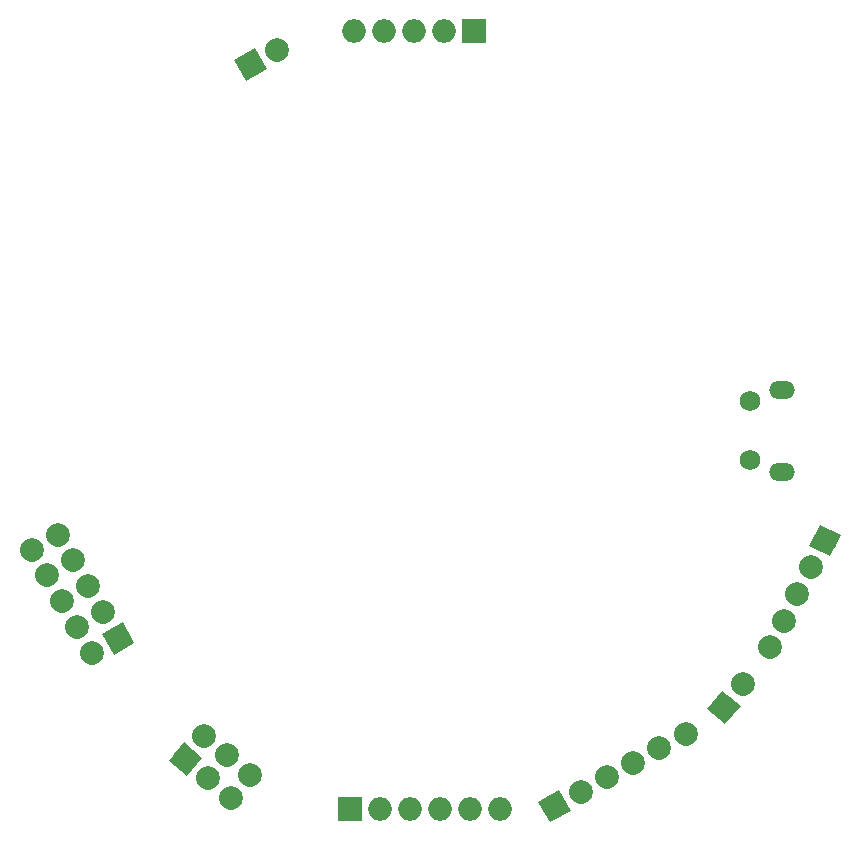
<source format=gbr>
G04 #@! TF.GenerationSoftware,KiCad,Pcbnew,5.0.0-fee4fd1~66~ubuntu18.04.1*
G04 #@! TF.CreationDate,2018-09-24T18:06:56+02:00*
G04 #@! TF.ProjectId,hyperstm,687970657273746D2E6B696361645F70,rev?*
G04 #@! TF.SameCoordinates,Original*
G04 #@! TF.FileFunction,Soldermask,Bot*
G04 #@! TF.FilePolarity,Negative*
%FSLAX46Y46*%
G04 Gerber Fmt 4.6, Leading zero omitted, Abs format (unit mm)*
G04 Created by KiCad (PCBNEW 5.0.0-fee4fd1~66~ubuntu18.04.1) date Mon Sep 24 18:06:56 2018*
%MOMM*%
%LPD*%
G01*
G04 APERTURE LIST*
%ADD10C,2.000000*%
%ADD11C,2.000000*%
%ADD12C,0.100000*%
%ADD13O,2.000000X2.000000*%
%ADD14R,2.000000X2.000000*%
%ADD15O,2.200000X1.500000*%
%ADD16C,1.750000*%
G04 APERTURE END LIST*
D10*
G04 #@! TO.C,J8*
X137820400Y-67716400D03*
D11*
X137820400Y-67716400D02*
X137820400Y-67716400D01*
D10*
X135620695Y-68986400D03*
D12*
G36*
X136986720Y-69352425D02*
X135254670Y-70352425D01*
X134254670Y-68620375D01*
X135986720Y-67620375D01*
X136986720Y-69352425D01*
X136986720Y-69352425D01*
G37*
G04 #@! TD*
D10*
G04 #@! TO.C,J9*
X177322681Y-121464247D03*
D11*
X177322681Y-121464247D02*
X177322681Y-121464247D01*
D10*
X175690000Y-123410000D03*
D12*
G36*
X177098832Y-123286743D02*
X175813257Y-124818832D01*
X174281168Y-123533257D01*
X175566743Y-122001168D01*
X177098832Y-123286743D01*
X177098832Y-123286743D01*
G37*
G04 #@! TD*
D13*
G04 #@! TO.C,J2*
X144373600Y-66167000D03*
X146913600Y-66167000D03*
X149453600Y-66167000D03*
X151993600Y-66167000D03*
D14*
X154533600Y-66167000D03*
G04 #@! TD*
D10*
G04 #@! TO.C,J6*
X179617457Y-118332626D03*
D11*
X179617457Y-118332626D02*
X179617457Y-118332626D01*
D10*
X180770592Y-116069470D03*
D11*
X180770592Y-116069470D02*
X180770592Y-116069470D01*
D10*
X181923728Y-113806313D03*
D11*
X181923728Y-113806313D02*
X181923728Y-113806313D01*
D10*
X183076864Y-111543157D03*
D11*
X183076864Y-111543157D02*
X183076864Y-111543157D01*
D10*
X184230000Y-109280000D03*
D12*
G36*
X182885003Y-109717016D02*
X183792984Y-107935003D01*
X185574997Y-108842984D01*
X184667016Y-110624997D01*
X182885003Y-109717016D01*
X182885003Y-109717016D01*
G37*
G04 #@! TD*
D10*
G04 #@! TO.C,J7*
X172457670Y-125622918D03*
D11*
X172457670Y-125622918D02*
X172457670Y-125622918D01*
D10*
X170236136Y-126854334D03*
D11*
X170236136Y-126854334D02*
X170236136Y-126854334D01*
D10*
X168014602Y-128085751D03*
D11*
X168014602Y-128085751D02*
X168014602Y-128085751D01*
D10*
X165793068Y-129317167D03*
D11*
X165793068Y-129317167D02*
X165793068Y-129317167D01*
D10*
X163571534Y-130548584D03*
D11*
X163571534Y-130548584D02*
X163571534Y-130548584D01*
D10*
X161350000Y-131780000D03*
D12*
G36*
X162709429Y-132169810D02*
X160960190Y-133139429D01*
X159990571Y-131390190D01*
X161739810Y-130420571D01*
X162709429Y-132169810D01*
X162709429Y-132169810D01*
G37*
G04 #@! TD*
D13*
G04 #@! TO.C,J10*
X156700000Y-132000000D03*
X154160000Y-132000000D03*
X151620000Y-132000000D03*
X149080000Y-132000000D03*
X146540000Y-132000000D03*
D14*
X144000000Y-132000000D03*
G04 #@! TD*
D10*
G04 #@! TO.C,J5*
X135604186Y-129107997D03*
D11*
X135604186Y-129107997D02*
X135604186Y-129107997D01*
D10*
X133971506Y-131053750D03*
D11*
X133971506Y-131053750D02*
X133971506Y-131053750D01*
D10*
X133658434Y-127475317D03*
D11*
X133658434Y-127475317D02*
X133658434Y-127475317D01*
D10*
X132025753Y-129421070D03*
D11*
X132025753Y-129421070D02*
X132025753Y-129421070D01*
D10*
X131712681Y-125842636D03*
D11*
X131712681Y-125842636D02*
X131712681Y-125842636D01*
D10*
X130080000Y-127788389D03*
D12*
G36*
X130203257Y-129197221D02*
X128671168Y-127911646D01*
X129956743Y-126379557D01*
X131488832Y-127665132D01*
X130203257Y-129197221D01*
X130203257Y-129197221D01*
G37*
G04 #@! TD*
D10*
G04 #@! TO.C,J4*
X117140295Y-110041182D03*
D11*
X117140295Y-110041182D02*
X117140295Y-110041182D01*
D10*
X119340000Y-108771182D03*
D11*
X119340000Y-108771182D02*
X119340000Y-108771182D01*
D10*
X118410295Y-112240886D03*
D11*
X118410295Y-112240886D02*
X118410295Y-112240886D01*
D10*
X120610000Y-110970886D03*
D11*
X120610000Y-110970886D02*
X120610000Y-110970886D01*
D10*
X119680295Y-114440591D03*
D11*
X119680295Y-114440591D02*
X119680295Y-114440591D01*
D10*
X121880000Y-113170591D03*
D11*
X121880000Y-113170591D02*
X121880000Y-113170591D01*
D10*
X120950296Y-116640295D03*
D11*
X120950296Y-116640295D02*
X120950296Y-116640295D01*
D10*
X123150000Y-115370295D03*
D11*
X123150000Y-115370295D02*
X123150000Y-115370295D01*
D10*
X122220295Y-118840000D03*
D11*
X122220295Y-118840000D02*
X122220295Y-118840000D01*
D10*
X124420000Y-117570000D03*
D12*
G36*
X124786025Y-116203975D02*
X125786025Y-117936025D01*
X124053975Y-118936025D01*
X123053975Y-117203975D01*
X124786025Y-116203975D01*
X124786025Y-116203975D01*
G37*
G04 #@! TD*
D15*
G04 #@! TO.C,J1*
X180637500Y-96500000D03*
X180637500Y-103500000D03*
D16*
X177937500Y-97500000D03*
X177937500Y-102500000D03*
G04 #@! TD*
M02*

</source>
